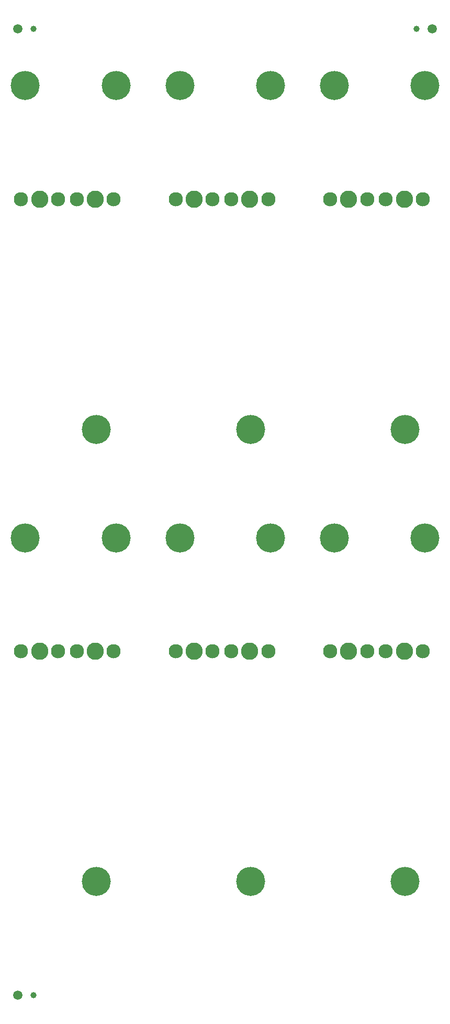
<source format=gbr>
%TF.GenerationSoftware,KiCad,Pcbnew,7.0.8-7.0.8~ubuntu22.04.1*%
%TF.CreationDate,2023-12-07T10:59:45+01:00*%
%TF.ProjectId,mothbeam_panel,6d6f7468-6265-4616-9d5f-70616e656c2e,rev?*%
%TF.SameCoordinates,Original*%
%TF.FileFunction,Soldermask,Bot*%
%TF.FilePolarity,Negative*%
%FSLAX46Y46*%
G04 Gerber Fmt 4.6, Leading zero omitted, Abs format (unit mm)*
G04 Created by KiCad (PCBNEW 7.0.8-7.0.8~ubuntu22.04.1) date 2023-12-07 10:59:45*
%MOMM*%
%LPD*%
G01*
G04 APERTURE LIST*
%ADD10C,2.300000*%
%ADD11C,4.700000*%
%ADD12C,2.800000*%
%ADD13C,1.500000*%
%ADD14C,1.000000*%
G04 APERTURE END LIST*
D10*
%TO.C,H6*%
X140500000Y-123000000D03*
%TD*%
D11*
%TO.C,H3*%
X127651400Y-87138000D03*
%TD*%
%TO.C,H2*%
X166170600Y-104664400D03*
%TD*%
D10*
%TO.C,H7*%
X149500000Y-123000000D03*
%TD*%
%TO.C,H7*%
X174500000Y-50000000D03*
%TD*%
D12*
%TO.C,H9*%
X118500000Y-123000000D03*
%TD*%
D11*
%TO.C,H2*%
X166170600Y-31664400D03*
%TD*%
%TO.C,H3*%
X152651400Y-160138000D03*
%TD*%
D10*
%TO.C,H4*%
X180500000Y-50000000D03*
%TD*%
%TO.C,H5*%
X171500000Y-123000000D03*
%TD*%
D12*
%TO.C,H8*%
X177500000Y-123000000D03*
%TD*%
D10*
%TO.C,H5*%
X146500000Y-50000000D03*
%TD*%
%TO.C,H4*%
X130500000Y-50000000D03*
%TD*%
%TO.C,H6*%
X165500000Y-123000000D03*
%TD*%
%TO.C,H4*%
X130500000Y-123000000D03*
%TD*%
D12*
%TO.C,H9*%
X118500000Y-50000000D03*
%TD*%
D11*
%TO.C,H2*%
X141170600Y-31664400D03*
%TD*%
%TO.C,H3*%
X152651400Y-87138000D03*
%TD*%
D10*
%TO.C,H5*%
X121500000Y-50000000D03*
%TD*%
%TO.C,H6*%
X115500000Y-50000000D03*
%TD*%
D11*
%TO.C,H1*%
X130851800Y-31664400D03*
%TD*%
D10*
%TO.C,H7*%
X174500000Y-123000000D03*
%TD*%
D11*
%TO.C,H3*%
X177651400Y-87138000D03*
%TD*%
D12*
%TO.C,H8*%
X177500000Y-50000000D03*
%TD*%
%TO.C,H8*%
X152500000Y-123000000D03*
%TD*%
D10*
%TO.C,H7*%
X124500000Y-123000000D03*
%TD*%
%TO.C,H6*%
X140500000Y-50000000D03*
%TD*%
D12*
%TO.C,H9*%
X168500000Y-123000000D03*
%TD*%
D13*
%TO.C,REF\u002A\u002A*%
X182000000Y-22500000D03*
%TD*%
D10*
%TO.C,H4*%
X180500000Y-123000000D03*
%TD*%
D13*
%TO.C,REF\u002A\u002A*%
X115000000Y-178500000D03*
%TD*%
D10*
%TO.C,H6*%
X115500000Y-123000000D03*
%TD*%
%TO.C,H7*%
X124500000Y-50000000D03*
%TD*%
D11*
%TO.C,H1*%
X180851800Y-31664400D03*
%TD*%
%TO.C,H2*%
X116170600Y-31664400D03*
%TD*%
%TO.C,H1*%
X155851800Y-104664400D03*
%TD*%
%TO.C,H2*%
X141170600Y-104664400D03*
%TD*%
D12*
%TO.C,H8*%
X127500000Y-123000000D03*
%TD*%
%TO.C,H9*%
X143500000Y-123000000D03*
%TD*%
%TO.C,H9*%
X143500000Y-50000000D03*
%TD*%
D11*
%TO.C,H1*%
X155851800Y-31664400D03*
%TD*%
D12*
%TO.C,H9*%
X168500000Y-50000000D03*
%TD*%
%TO.C,H8*%
X152500000Y-50000000D03*
%TD*%
D11*
%TO.C,H1*%
X180851800Y-104664400D03*
%TD*%
%TO.C,H1*%
X130851800Y-104664400D03*
%TD*%
%TO.C,H3*%
X127651400Y-160138000D03*
%TD*%
D10*
%TO.C,H5*%
X146500000Y-123000000D03*
%TD*%
%TO.C,H4*%
X155500000Y-50000000D03*
%TD*%
D11*
%TO.C,H2*%
X116170600Y-104664400D03*
%TD*%
D10*
%TO.C,H5*%
X121500000Y-123000000D03*
%TD*%
D11*
%TO.C,H3*%
X177651400Y-160138000D03*
%TD*%
D13*
%TO.C,REF\u002A\u002A*%
X115000000Y-22500000D03*
%TD*%
D10*
%TO.C,H6*%
X165500000Y-50000000D03*
%TD*%
%TO.C,H5*%
X171500000Y-50000000D03*
%TD*%
D12*
%TO.C,H8*%
X127500000Y-50000000D03*
%TD*%
D10*
%TO.C,H7*%
X149500000Y-50000000D03*
%TD*%
%TO.C,H4*%
X155500000Y-123000000D03*
%TD*%
D14*
%TO.C,REF\u002A\u002A*%
X117500000Y-178500000D03*
%TD*%
%TO.C,REF\u002A\u002A*%
X117500000Y-22500000D03*
%TD*%
%TO.C,REF\u002A\u002A*%
X179500000Y-22500000D03*
%TD*%
M02*

</source>
